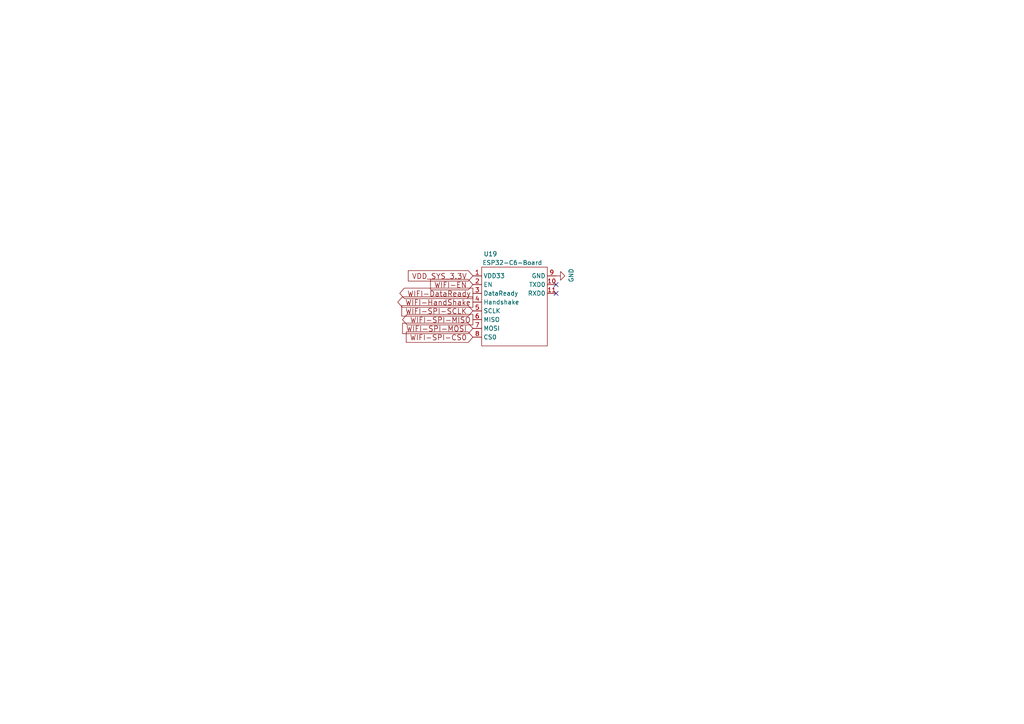
<source format=kicad_sch>
(kicad_sch (version 20230121) (generator eeschema)
  (paper "A4")
  (lib_symbols
    (symbol "WiRoc:ESP32-Hosted-Board"
      (property "Reference" "U" (at -8.89 12.7 0))
      (symbol "ESP32-Hosted-Board_0_1"
        (rectangle (start -10.16 11.43) (end 8.89 -11.43))
      )
      (symbol "ESP32-Hosted-Board_1_1"
        (text private "ESP32-C6 wroom-1\nSPI2\nIO10 - CS0\nIO6 -FSPICLK\nIO2 - MISO\nIO7 - MOSI\n" (at -11.43 24.13 0) (effects (font (size 1.27 1.27))))
        (pin power_in line (at -12.7 8.89 0) (length 2.54) (name "VDD33") (number "1"))
        (pin output line (at 11.43 6.35 180) (length 2.54) (name "TXD0") (number "10"))
        (pin input line (at 11.43 3.81 180) (length 2.54) (name "RXD0") (number "11"))
        (pin input line (at -12.7 6.35 0) (length 2.54) (name "EN") (number "2"))
        (pin output line (at -12.7 3.81 0) (length 2.54) (name "DataReady") (number "3"))
        (pin output line (at -12.7 1.27 0) (length 2.54) (name "Handshake") (number "4"))
        (pin input line (at -12.7 -1.27 0) (length 2.54) (name "SCLK") (number "5"))
        (pin output line (at -12.7 -3.81 0) (length 2.54) (name "MISO") (number "6"))
        (pin input line (at -12.7 -6.35 0) (length 2.54) (name "MOSI") (number "7"))
        (pin input line (at -12.7 -8.89 0) (length 2.54) (name "CS0") (number "8"))
        (pin power_in line (at 11.43 8.89 180) (length 2.54) (name "GND") (number "9"))
      )
    )
    (symbol "power:GND" (power) (pin_names (offset 0))
      (property "Value" "GND" (at 0 -3.81 0))
      (symbol "GND_0_1"
        (polyline (pts (xy 0 0) (xy 0 -1.27) (xy 1.27 -1.27) (xy 0 -2.54) (xy -1.27 -1.27) (xy 0 -1.27)))
      )
      (symbol "GND_1_1"
        (pin power_in line (at 0 0 270) (length 0) hide (name "GND") (number "1"))
      )
    )
  )
  (no_connect (at 161.29 85.09))
  (no_connect (at 161.29 82.55))
  (global_label "WIFI-SPI-CS0" (shape input) (at 137.16 97.79 180) (effects (font (size 1.524 1.524))) (property "Intersheetrefs" "${INTERSHEET_REFS}" (effects hide)))
  (global_label "VDD_SYS_3.3V" (shape input) (at 137.16 80.01 180) (effects (font (size 1.524 1.524))) (property "Intersheetrefs" "${INTERSHEET_REFS}" (effects hide)))
  (global_label "WIFI-DataReady" (shape output) (at 137.16 85.09 180) (effects (font (size 1.524 1.524))) (property "Intersheetrefs" "${INTERSHEET_REFS}" (effects hide)))
  (global_label "WIFI-SPI-SCLK" (shape input) (at 137.16 90.17 180) (effects (font (size 1.524 1.524))) (property "Intersheetrefs" "${INTERSHEET_REFS}" (effects hide)))
  (global_label "WIFI-SPI-MISO" (shape output) (at 137.16 92.71 180) (effects (font (size 1.524 1.524))) (property "Intersheetrefs" "${INTERSHEET_REFS}" (effects hide)))
  (global_label "WIFI-EN" (shape input) (at 137.16 82.55 180) (effects (font (size 1.524 1.524))) (property "Intersheetrefs" "${INTERSHEET_REFS}" (effects hide)))
  (global_label "WIFI-HandShake" (shape output) (at 137.16 87.63 180) (effects (font (size 1.524 1.524))) (property "Intersheetrefs" "${INTERSHEET_REFS}" (effects hide)))
  (global_label "WIFI-SPI-MOSI" (shape input) (at 137.16 95.25 180) (effects (font (size 1.524 1.524))) (property "Intersheetrefs" "${INTERSHEET_REFS}" (effects hide)))
  (symbol (lib_id "WiRoc:ESP32-Hosted-Board") (at 149.86 88.9 0) (unit 1)
    (property "Reference" "U19" (at 142.24 73.66 0))
    (property "Value" "ESP32-C6-Board" (at 148.59 76.2 0))
    (property "Footprint" "WiRoc:ESP32Hosted-C6-Board" (effects hide))
  )
  (symbol (lib_id "power:GND") (at 161.29 80.01 90) (unit 1)
    (property "Reference" "#PWR0102" (effects hide))
    (property "Value" "GND" (at 165.6842 79.883 0))
  )
)
</source>
